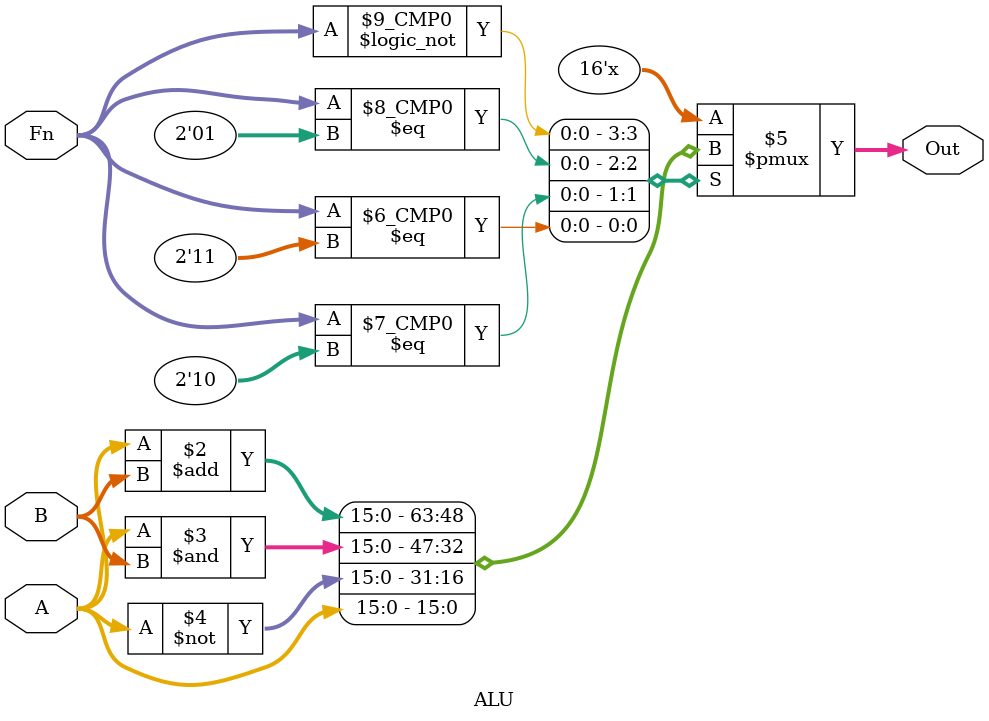
<source format=sv>
/**
 * The eLC-3 arithmetic and logic unit.
 *
 * @author Wes Hampson, Xavier Rocha
 */
module ALU
(
    input   logic   [1:0]   Fn,
    input   logic   [15:0]  A, B,
    output  logic   [15:0]  Out
);

    always_comb begin
        case (Fn)
            2'b00:  Out = A + B;    // ADD
            2'b01:  Out = A & B;    // AND
            2'b10:  Out = ~A;       // NOT
            2'b11:  Out = A;        // PASSA
        endcase
    end

endmodule

</source>
